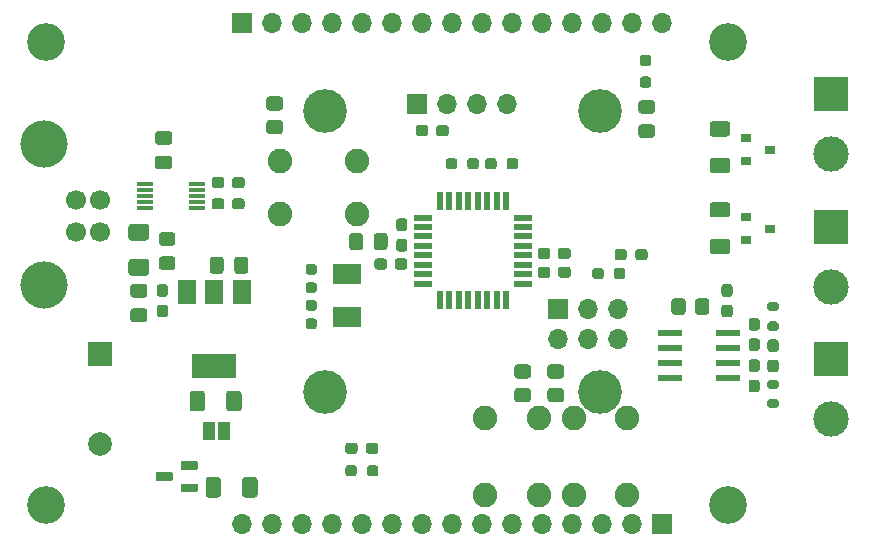
<source format=gbr>
%TF.GenerationSoftware,KiCad,Pcbnew,(5.1.9)-1*%
%TF.CreationDate,2021-06-02T07:50:45+02:00*%
%TF.ProjectId,MyReflowController,4d795265-666c-46f7-9743-6f6e74726f6c,rev?*%
%TF.SameCoordinates,Original*%
%TF.FileFunction,Soldermask,Top*%
%TF.FilePolarity,Negative*%
%FSLAX46Y46*%
G04 Gerber Fmt 4.6, Leading zero omitted, Abs format (unit mm)*
G04 Created by KiCad (PCBNEW (5.1.9)-1) date 2021-06-02 07:50:45*
%MOMM*%
%LPD*%
G01*
G04 APERTURE LIST*
%ADD10R,2.000000X2.000000*%
%ADD11C,2.000000*%
%ADD12C,3.700000*%
%ADD13R,1.700000X1.700000*%
%ADD14O,1.700000X1.700000*%
%ADD15R,3.000000X3.000000*%
%ADD16C,3.000000*%
%ADD17C,4.000000*%
%ADD18C,1.700000*%
%ADD19R,1.000000X1.500000*%
%ADD20R,0.900000X0.800000*%
%ADD21C,2.082800*%
%ADD22R,0.550000X1.500000*%
%ADD23R,1.500000X0.550000*%
%ADD24R,2.000000X0.600000*%
%ADD25R,3.800000X2.000000*%
%ADD26R,1.500000X2.000000*%
%ADD27R,1.400000X0.300000*%
%ADD28R,2.400000X1.700000*%
%ADD29C,3.200000*%
G04 APERTURE END LIST*
D10*
%TO.C,BZ1*%
X38000000Y-54800000D03*
D11*
X38000000Y-62400000D03*
%TD*%
D12*
%TO.C,J5*%
X80350000Y-58000000D03*
X57050000Y-58000000D03*
X80350000Y-34200000D03*
X57050000Y-34200000D03*
D13*
X64844000Y-33688000D03*
D14*
X67384000Y-33688000D03*
X69924000Y-33688000D03*
X72464000Y-33688000D03*
%TD*%
%TO.C,C1*%
G36*
G01*
X63797500Y-44412500D02*
X63322500Y-44412500D01*
G75*
G02*
X63085000Y-44175000I0J237500D01*
G01*
X63085000Y-43575000D01*
G75*
G02*
X63322500Y-43337500I237500J0D01*
G01*
X63797500Y-43337500D01*
G75*
G02*
X64035000Y-43575000I0J-237500D01*
G01*
X64035000Y-44175000D01*
G75*
G02*
X63797500Y-44412500I-237500J0D01*
G01*
G37*
G36*
G01*
X63797500Y-46137500D02*
X63322500Y-46137500D01*
G75*
G02*
X63085000Y-45900000I0J237500D01*
G01*
X63085000Y-45300000D01*
G75*
G02*
X63322500Y-45062500I237500J0D01*
G01*
X63797500Y-45062500D01*
G75*
G02*
X64035000Y-45300000I0J-237500D01*
G01*
X64035000Y-45900000D01*
G75*
G02*
X63797500Y-46137500I-237500J0D01*
G01*
G37*
%TD*%
%TO.C,C2*%
G36*
G01*
X64037500Y-46962500D02*
X64037500Y-47437500D01*
G75*
G02*
X63800000Y-47675000I-237500J0D01*
G01*
X63200000Y-47675000D01*
G75*
G02*
X62962500Y-47437500I0J237500D01*
G01*
X62962500Y-46962500D01*
G75*
G02*
X63200000Y-46725000I237500J0D01*
G01*
X63800000Y-46725000D01*
G75*
G02*
X64037500Y-46962500I0J-237500D01*
G01*
G37*
G36*
G01*
X62312500Y-46962500D02*
X62312500Y-47437500D01*
G75*
G02*
X62075000Y-47675000I-237500J0D01*
G01*
X61475000Y-47675000D01*
G75*
G02*
X61237500Y-47437500I0J237500D01*
G01*
X61237500Y-46962500D01*
G75*
G02*
X61475000Y-46725000I237500J0D01*
G01*
X62075000Y-46725000D01*
G75*
G02*
X62312500Y-46962500I0J-237500D01*
G01*
G37*
%TD*%
%TO.C,C3*%
G36*
G01*
X60287500Y-44825000D02*
X60287500Y-45775000D01*
G75*
G02*
X60037500Y-46025000I-250000J0D01*
G01*
X59362500Y-46025000D01*
G75*
G02*
X59112500Y-45775000I0J250000D01*
G01*
X59112500Y-44825000D01*
G75*
G02*
X59362500Y-44575000I250000J0D01*
G01*
X60037500Y-44575000D01*
G75*
G02*
X60287500Y-44825000I0J-250000D01*
G01*
G37*
G36*
G01*
X62362500Y-44825000D02*
X62362500Y-45775000D01*
G75*
G02*
X62112500Y-46025000I-250000J0D01*
G01*
X61437500Y-46025000D01*
G75*
G02*
X61187500Y-45775000I0J250000D01*
G01*
X61187500Y-44825000D01*
G75*
G02*
X61437500Y-44575000I250000J0D01*
G01*
X62112500Y-44575000D01*
G75*
G02*
X62362500Y-44825000I0J-250000D01*
G01*
G37*
%TD*%
%TO.C,C4*%
G36*
G01*
X77862500Y-46062500D02*
X77862500Y-46537500D01*
G75*
G02*
X77625000Y-46775000I-237500J0D01*
G01*
X77025000Y-46775000D01*
G75*
G02*
X76787500Y-46537500I0J237500D01*
G01*
X76787500Y-46062500D01*
G75*
G02*
X77025000Y-45825000I237500J0D01*
G01*
X77625000Y-45825000D01*
G75*
G02*
X77862500Y-46062500I0J-237500D01*
G01*
G37*
G36*
G01*
X76137500Y-46062500D02*
X76137500Y-46537500D01*
G75*
G02*
X75900000Y-46775000I-237500J0D01*
G01*
X75300000Y-46775000D01*
G75*
G02*
X75062500Y-46537500I0J237500D01*
G01*
X75062500Y-46062500D01*
G75*
G02*
X75300000Y-45825000I237500J0D01*
G01*
X75900000Y-45825000D01*
G75*
G02*
X76137500Y-46062500I0J-237500D01*
G01*
G37*
%TD*%
%TO.C,C5*%
G36*
G01*
X55650000Y-47200000D02*
X56150000Y-47200000D01*
G75*
G02*
X56375000Y-47425000I0J-225000D01*
G01*
X56375000Y-47875000D01*
G75*
G02*
X56150000Y-48100000I-225000J0D01*
G01*
X55650000Y-48100000D01*
G75*
G02*
X55425000Y-47875000I0J225000D01*
G01*
X55425000Y-47425000D01*
G75*
G02*
X55650000Y-47200000I225000J0D01*
G01*
G37*
G36*
G01*
X55650000Y-48750000D02*
X56150000Y-48750000D01*
G75*
G02*
X56375000Y-48975000I0J-225000D01*
G01*
X56375000Y-49425000D01*
G75*
G02*
X56150000Y-49650000I-225000J0D01*
G01*
X55650000Y-49650000D01*
G75*
G02*
X55425000Y-49425000I0J225000D01*
G01*
X55425000Y-48975000D01*
G75*
G02*
X55650000Y-48750000I225000J0D01*
G01*
G37*
%TD*%
%TO.C,C6*%
G36*
G01*
X76137500Y-47662500D02*
X76137500Y-48137500D01*
G75*
G02*
X75900000Y-48375000I-237500J0D01*
G01*
X75300000Y-48375000D01*
G75*
G02*
X75062500Y-48137500I0J237500D01*
G01*
X75062500Y-47662500D01*
G75*
G02*
X75300000Y-47425000I237500J0D01*
G01*
X75900000Y-47425000D01*
G75*
G02*
X76137500Y-47662500I0J-237500D01*
G01*
G37*
G36*
G01*
X77862500Y-47662500D02*
X77862500Y-48137500D01*
G75*
G02*
X77625000Y-48375000I-237500J0D01*
G01*
X77025000Y-48375000D01*
G75*
G02*
X76787500Y-48137500I0J237500D01*
G01*
X76787500Y-47662500D01*
G75*
G02*
X77025000Y-47425000I237500J0D01*
G01*
X77625000Y-47425000D01*
G75*
G02*
X77862500Y-47662500I0J-237500D01*
G01*
G37*
%TD*%
%TO.C,C7*%
G36*
G01*
X93637500Y-56337500D02*
X93162500Y-56337500D01*
G75*
G02*
X92925000Y-56100000I0J237500D01*
G01*
X92925000Y-55500000D01*
G75*
G02*
X93162500Y-55262500I237500J0D01*
G01*
X93637500Y-55262500D01*
G75*
G02*
X93875000Y-55500000I0J-237500D01*
G01*
X93875000Y-56100000D01*
G75*
G02*
X93637500Y-56337500I-237500J0D01*
G01*
G37*
G36*
G01*
X93637500Y-58062500D02*
X93162500Y-58062500D01*
G75*
G02*
X92925000Y-57825000I0J237500D01*
G01*
X92925000Y-57225000D01*
G75*
G02*
X93162500Y-56987500I237500J0D01*
G01*
X93637500Y-56987500D01*
G75*
G02*
X93875000Y-57225000I0J-237500D01*
G01*
X93875000Y-57825000D01*
G75*
G02*
X93637500Y-58062500I-237500J0D01*
G01*
G37*
%TD*%
%TO.C,C8*%
G36*
G01*
X95237500Y-54637500D02*
X94762500Y-54637500D01*
G75*
G02*
X94525000Y-54400000I0J237500D01*
G01*
X94525000Y-53800000D01*
G75*
G02*
X94762500Y-53562500I237500J0D01*
G01*
X95237500Y-53562500D01*
G75*
G02*
X95475000Y-53800000I0J-237500D01*
G01*
X95475000Y-54400000D01*
G75*
G02*
X95237500Y-54637500I-237500J0D01*
G01*
G37*
G36*
G01*
X95237500Y-56362500D02*
X94762500Y-56362500D01*
G75*
G02*
X94525000Y-56125000I0J237500D01*
G01*
X94525000Y-55525000D01*
G75*
G02*
X94762500Y-55287500I237500J0D01*
G01*
X95237500Y-55287500D01*
G75*
G02*
X95475000Y-55525000I0J-237500D01*
G01*
X95475000Y-56125000D01*
G75*
G02*
X95237500Y-56362500I-237500J0D01*
G01*
G37*
%TD*%
%TO.C,C9*%
G36*
G01*
X55650000Y-51800000D02*
X56150000Y-51800000D01*
G75*
G02*
X56375000Y-52025000I0J-225000D01*
G01*
X56375000Y-52475000D01*
G75*
G02*
X56150000Y-52700000I-225000J0D01*
G01*
X55650000Y-52700000D01*
G75*
G02*
X55425000Y-52475000I0J225000D01*
G01*
X55425000Y-52025000D01*
G75*
G02*
X55650000Y-51800000I225000J0D01*
G01*
G37*
G36*
G01*
X55650000Y-50250000D02*
X56150000Y-50250000D01*
G75*
G02*
X56375000Y-50475000I0J-225000D01*
G01*
X56375000Y-50925000D01*
G75*
G02*
X56150000Y-51150000I-225000J0D01*
G01*
X55650000Y-51150000D01*
G75*
G02*
X55425000Y-50925000I0J225000D01*
G01*
X55425000Y-50475000D01*
G75*
G02*
X55650000Y-50250000I225000J0D01*
G01*
G37*
%TD*%
%TO.C,C10*%
G36*
G01*
X93637500Y-54562500D02*
X93162500Y-54562500D01*
G75*
G02*
X92925000Y-54325000I0J237500D01*
G01*
X92925000Y-53725000D01*
G75*
G02*
X93162500Y-53487500I237500J0D01*
G01*
X93637500Y-53487500D01*
G75*
G02*
X93875000Y-53725000I0J-237500D01*
G01*
X93875000Y-54325000D01*
G75*
G02*
X93637500Y-54562500I-237500J0D01*
G01*
G37*
G36*
G01*
X93637500Y-52837500D02*
X93162500Y-52837500D01*
G75*
G02*
X92925000Y-52600000I0J237500D01*
G01*
X92925000Y-52000000D01*
G75*
G02*
X93162500Y-51762500I237500J0D01*
G01*
X93637500Y-51762500D01*
G75*
G02*
X93875000Y-52000000I0J-237500D01*
G01*
X93875000Y-52600000D01*
G75*
G02*
X93637500Y-52837500I-237500J0D01*
G01*
G37*
%TD*%
%TO.C,C11*%
G36*
G01*
X41775000Y-52125000D02*
X40825000Y-52125000D01*
G75*
G02*
X40575000Y-51875000I0J250000D01*
G01*
X40575000Y-51200000D01*
G75*
G02*
X40825000Y-50950000I250000J0D01*
G01*
X41775000Y-50950000D01*
G75*
G02*
X42025000Y-51200000I0J-250000D01*
G01*
X42025000Y-51875000D01*
G75*
G02*
X41775000Y-52125000I-250000J0D01*
G01*
G37*
G36*
G01*
X41775000Y-50050000D02*
X40825000Y-50050000D01*
G75*
G02*
X40575000Y-49800000I0J250000D01*
G01*
X40575000Y-49125000D01*
G75*
G02*
X40825000Y-48875000I250000J0D01*
G01*
X41775000Y-48875000D01*
G75*
G02*
X42025000Y-49125000I0J-250000D01*
G01*
X42025000Y-49800000D01*
G75*
G02*
X41775000Y-50050000I-250000J0D01*
G01*
G37*
%TD*%
%TO.C,C12*%
G36*
G01*
X91337500Y-51700000D02*
X90862500Y-51700000D01*
G75*
G02*
X90625000Y-51462500I0J237500D01*
G01*
X90625000Y-50862500D01*
G75*
G02*
X90862500Y-50625000I237500J0D01*
G01*
X91337500Y-50625000D01*
G75*
G02*
X91575000Y-50862500I0J-237500D01*
G01*
X91575000Y-51462500D01*
G75*
G02*
X91337500Y-51700000I-237500J0D01*
G01*
G37*
G36*
G01*
X91337500Y-49975000D02*
X90862500Y-49975000D01*
G75*
G02*
X90625000Y-49737500I0J237500D01*
G01*
X90625000Y-49137500D01*
G75*
G02*
X90862500Y-48900000I237500J0D01*
G01*
X91337500Y-48900000D01*
G75*
G02*
X91575000Y-49137500I0J-237500D01*
G01*
X91575000Y-49737500D01*
G75*
G02*
X91337500Y-49975000I-237500J0D01*
G01*
G37*
%TD*%
%TO.C,C13*%
G36*
G01*
X43062500Y-48900000D02*
X43537500Y-48900000D01*
G75*
G02*
X43775000Y-49137500I0J-237500D01*
G01*
X43775000Y-49737500D01*
G75*
G02*
X43537500Y-49975000I-237500J0D01*
G01*
X43062500Y-49975000D01*
G75*
G02*
X42825000Y-49737500I0J237500D01*
G01*
X42825000Y-49137500D01*
G75*
G02*
X43062500Y-48900000I237500J0D01*
G01*
G37*
G36*
G01*
X43062500Y-50625000D02*
X43537500Y-50625000D01*
G75*
G02*
X43775000Y-50862500I0J-237500D01*
G01*
X43775000Y-51462500D01*
G75*
G02*
X43537500Y-51700000I-237500J0D01*
G01*
X43062500Y-51700000D01*
G75*
G02*
X42825000Y-51462500I0J237500D01*
G01*
X42825000Y-50862500D01*
G75*
G02*
X43062500Y-50625000I237500J0D01*
G01*
G37*
%TD*%
%TO.C,C14*%
G36*
G01*
X47312500Y-47775000D02*
X47312500Y-46825000D01*
G75*
G02*
X47562500Y-46575000I250000J0D01*
G01*
X48237500Y-46575000D01*
G75*
G02*
X48487500Y-46825000I0J-250000D01*
G01*
X48487500Y-47775000D01*
G75*
G02*
X48237500Y-48025000I-250000J0D01*
G01*
X47562500Y-48025000D01*
G75*
G02*
X47312500Y-47775000I0J250000D01*
G01*
G37*
G36*
G01*
X49387500Y-47775000D02*
X49387500Y-46825000D01*
G75*
G02*
X49637500Y-46575000I250000J0D01*
G01*
X50312500Y-46575000D01*
G75*
G02*
X50562500Y-46825000I0J-250000D01*
G01*
X50562500Y-47775000D01*
G75*
G02*
X50312500Y-48025000I-250000J0D01*
G01*
X49637500Y-48025000D01*
G75*
G02*
X49387500Y-47775000I0J250000D01*
G01*
G37*
%TD*%
%TO.C,C15*%
G36*
G01*
X67537500Y-35662500D02*
X67537500Y-36137500D01*
G75*
G02*
X67300000Y-36375000I-237500J0D01*
G01*
X66700000Y-36375000D01*
G75*
G02*
X66462500Y-36137500I0J237500D01*
G01*
X66462500Y-35662500D01*
G75*
G02*
X66700000Y-35425000I237500J0D01*
G01*
X67300000Y-35425000D01*
G75*
G02*
X67537500Y-35662500I0J-237500D01*
G01*
G37*
G36*
G01*
X65812500Y-35662500D02*
X65812500Y-36137500D01*
G75*
G02*
X65575000Y-36375000I-237500J0D01*
G01*
X64975000Y-36375000D01*
G75*
G02*
X64737500Y-36137500I0J237500D01*
G01*
X64737500Y-35662500D01*
G75*
G02*
X64975000Y-35425000I237500J0D01*
G01*
X65575000Y-35425000D01*
G75*
G02*
X65812500Y-35662500I0J-237500D01*
G01*
G37*
%TD*%
%TO.C,C16*%
G36*
G01*
X48537500Y-41862500D02*
X48537500Y-42337500D01*
G75*
G02*
X48300000Y-42575000I-237500J0D01*
G01*
X47700000Y-42575000D01*
G75*
G02*
X47462500Y-42337500I0J237500D01*
G01*
X47462500Y-41862500D01*
G75*
G02*
X47700000Y-41625000I237500J0D01*
G01*
X48300000Y-41625000D01*
G75*
G02*
X48537500Y-41862500I0J-237500D01*
G01*
G37*
G36*
G01*
X50262500Y-41862500D02*
X50262500Y-42337500D01*
G75*
G02*
X50025000Y-42575000I-237500J0D01*
G01*
X49425000Y-42575000D01*
G75*
G02*
X49187500Y-42337500I0J237500D01*
G01*
X49187500Y-41862500D01*
G75*
G02*
X49425000Y-41625000I237500J0D01*
G01*
X50025000Y-41625000D01*
G75*
G02*
X50262500Y-41862500I0J-237500D01*
G01*
G37*
%TD*%
%TO.C,C17*%
G36*
G01*
X43875000Y-37112500D02*
X42925000Y-37112500D01*
G75*
G02*
X42675000Y-36862500I0J250000D01*
G01*
X42675000Y-36187500D01*
G75*
G02*
X42925000Y-35937500I250000J0D01*
G01*
X43875000Y-35937500D01*
G75*
G02*
X44125000Y-36187500I0J-250000D01*
G01*
X44125000Y-36862500D01*
G75*
G02*
X43875000Y-37112500I-250000J0D01*
G01*
G37*
G36*
G01*
X43875000Y-39187500D02*
X42925000Y-39187500D01*
G75*
G02*
X42675000Y-38937500I0J250000D01*
G01*
X42675000Y-38262500D01*
G75*
G02*
X42925000Y-38012500I250000J0D01*
G01*
X43875000Y-38012500D01*
G75*
G02*
X44125000Y-38262500I0J-250000D01*
G01*
X44125000Y-38937500D01*
G75*
G02*
X43875000Y-39187500I-250000J0D01*
G01*
G37*
%TD*%
%TO.C,C18*%
G36*
G01*
X48537500Y-40062500D02*
X48537500Y-40537500D01*
G75*
G02*
X48300000Y-40775000I-237500J0D01*
G01*
X47700000Y-40775000D01*
G75*
G02*
X47462500Y-40537500I0J237500D01*
G01*
X47462500Y-40062500D01*
G75*
G02*
X47700000Y-39825000I237500J0D01*
G01*
X48300000Y-39825000D01*
G75*
G02*
X48537500Y-40062500I0J-237500D01*
G01*
G37*
G36*
G01*
X50262500Y-40062500D02*
X50262500Y-40537500D01*
G75*
G02*
X50025000Y-40775000I-237500J0D01*
G01*
X49425000Y-40775000D01*
G75*
G02*
X49187500Y-40537500I0J237500D01*
G01*
X49187500Y-40062500D01*
G75*
G02*
X49425000Y-39825000I237500J0D01*
G01*
X50025000Y-39825000D01*
G75*
G02*
X50262500Y-40062500I0J-237500D01*
G01*
G37*
%TD*%
%TO.C,D1*%
G36*
G01*
X84750001Y-36525000D02*
X83849999Y-36525000D01*
G75*
G02*
X83600000Y-36275001I0J249999D01*
G01*
X83600000Y-35624999D01*
G75*
G02*
X83849999Y-35375000I249999J0D01*
G01*
X84750001Y-35375000D01*
G75*
G02*
X85000000Y-35624999I0J-249999D01*
G01*
X85000000Y-36275001D01*
G75*
G02*
X84750001Y-36525000I-249999J0D01*
G01*
G37*
G36*
G01*
X84750001Y-34475000D02*
X83849999Y-34475000D01*
G75*
G02*
X83600000Y-34225001I0J249999D01*
G01*
X83600000Y-33574999D01*
G75*
G02*
X83849999Y-33325000I249999J0D01*
G01*
X84750001Y-33325000D01*
G75*
G02*
X85000000Y-33574999I0J-249999D01*
G01*
X85000000Y-34225001D01*
G75*
G02*
X84750001Y-34475000I-249999J0D01*
G01*
G37*
%TD*%
%TO.C,D2*%
G36*
G01*
X58775000Y-63037500D02*
X58775000Y-62562500D01*
G75*
G02*
X59012500Y-62325000I237500J0D01*
G01*
X59587500Y-62325000D01*
G75*
G02*
X59825000Y-62562500I0J-237500D01*
G01*
X59825000Y-63037500D01*
G75*
G02*
X59587500Y-63275000I-237500J0D01*
G01*
X59012500Y-63275000D01*
G75*
G02*
X58775000Y-63037500I0J237500D01*
G01*
G37*
G36*
G01*
X60525000Y-63037500D02*
X60525000Y-62562500D01*
G75*
G02*
X60762500Y-62325000I237500J0D01*
G01*
X61337500Y-62325000D01*
G75*
G02*
X61575000Y-62562500I0J-237500D01*
G01*
X61575000Y-63037500D01*
G75*
G02*
X61337500Y-63275000I-237500J0D01*
G01*
X60762500Y-63275000D01*
G75*
G02*
X60525000Y-63037500I0J237500D01*
G01*
G37*
%TD*%
%TO.C,D3*%
G36*
G01*
X84375000Y-46162500D02*
X84375000Y-46637500D01*
G75*
G02*
X84137500Y-46875000I-237500J0D01*
G01*
X83562500Y-46875000D01*
G75*
G02*
X83325000Y-46637500I0J237500D01*
G01*
X83325000Y-46162500D01*
G75*
G02*
X83562500Y-45925000I237500J0D01*
G01*
X84137500Y-45925000D01*
G75*
G02*
X84375000Y-46162500I0J-237500D01*
G01*
G37*
G36*
G01*
X82625000Y-46162500D02*
X82625000Y-46637500D01*
G75*
G02*
X82387500Y-46875000I-237500J0D01*
G01*
X81812500Y-46875000D01*
G75*
G02*
X81575000Y-46637500I0J237500D01*
G01*
X81575000Y-46162500D01*
G75*
G02*
X81812500Y-45925000I237500J0D01*
G01*
X82387500Y-45925000D01*
G75*
G02*
X82625000Y-46162500I0J-237500D01*
G01*
G37*
%TD*%
%TO.C,F1*%
G36*
G01*
X40675000Y-43787500D02*
X41925000Y-43787500D01*
G75*
G02*
X42175000Y-44037500I0J-250000D01*
G01*
X42175000Y-44962500D01*
G75*
G02*
X41925000Y-45212500I-250000J0D01*
G01*
X40675000Y-45212500D01*
G75*
G02*
X40425000Y-44962500I0J250000D01*
G01*
X40425000Y-44037500D01*
G75*
G02*
X40675000Y-43787500I250000J0D01*
G01*
G37*
G36*
G01*
X40675000Y-46762500D02*
X41925000Y-46762500D01*
G75*
G02*
X42175000Y-47012500I0J-250000D01*
G01*
X42175000Y-47937500D01*
G75*
G02*
X41925000Y-48187500I-250000J0D01*
G01*
X40675000Y-48187500D01*
G75*
G02*
X40425000Y-47937500I0J250000D01*
G01*
X40425000Y-47012500D01*
G75*
G02*
X40675000Y-46762500I250000J0D01*
G01*
G37*
%TD*%
%TO.C,FB1*%
G36*
G01*
X44150001Y-47700000D02*
X43249999Y-47700000D01*
G75*
G02*
X43000000Y-47450001I0J249999D01*
G01*
X43000000Y-46799999D01*
G75*
G02*
X43249999Y-46550000I249999J0D01*
G01*
X44150001Y-46550000D01*
G75*
G02*
X44400000Y-46799999I0J-249999D01*
G01*
X44400000Y-47450001D01*
G75*
G02*
X44150001Y-47700000I-249999J0D01*
G01*
G37*
G36*
G01*
X44150001Y-45650000D02*
X43249999Y-45650000D01*
G75*
G02*
X43000000Y-45400001I0J249999D01*
G01*
X43000000Y-44749999D01*
G75*
G02*
X43249999Y-44500000I249999J0D01*
G01*
X44150001Y-44500000D01*
G75*
G02*
X44400000Y-44749999I0J-249999D01*
G01*
X44400000Y-45400001D01*
G75*
G02*
X44150001Y-45650000I-249999J0D01*
G01*
G37*
%TD*%
D15*
%TO.C,J1*%
X99900000Y-32820000D03*
D16*
X99900000Y-37900000D03*
%TD*%
%TO.C,J2*%
X99900000Y-49180000D03*
D15*
X99900000Y-44100000D03*
%TD*%
D13*
%TO.C,J3*%
X76800000Y-51000000D03*
D14*
X76800000Y-53540000D03*
X79340000Y-51000000D03*
X79340000Y-53540000D03*
X81880000Y-51000000D03*
X81880000Y-53540000D03*
%TD*%
D15*
%TO.C,J4*%
X99900000Y-55220000D03*
D16*
X99900000Y-60300000D03*
%TD*%
D17*
%TO.C,J6*%
X33300000Y-37000000D03*
X33300000Y-49000000D03*
D18*
X38010000Y-41770000D03*
X38010000Y-44500000D03*
X36010000Y-41770000D03*
X36010000Y-44500000D03*
%TD*%
D13*
%TO.C,J7*%
X85600000Y-69200000D03*
D14*
X83060000Y-69200000D03*
X80520000Y-69200000D03*
X77980000Y-69200000D03*
X75440000Y-69200000D03*
X72900000Y-69200000D03*
X70360000Y-69200000D03*
X67820000Y-69200000D03*
X65280000Y-69200000D03*
X62740000Y-69200000D03*
X60200000Y-69200000D03*
X57660000Y-69200000D03*
X55120000Y-69200000D03*
X52580000Y-69200000D03*
X50040000Y-69200000D03*
%TD*%
%TO.C,J8*%
X85600000Y-26800000D03*
X83060000Y-26800000D03*
X80520000Y-26800000D03*
X77980000Y-26800000D03*
X75440000Y-26800000D03*
X72900000Y-26800000D03*
X70360000Y-26800000D03*
X67820000Y-26800000D03*
X65280000Y-26800000D03*
X62740000Y-26800000D03*
X60200000Y-26800000D03*
X57660000Y-26800000D03*
X55120000Y-26800000D03*
X52580000Y-26800000D03*
D13*
X50040000Y-26800000D03*
%TD*%
D19*
%TO.C,JP1*%
X47250000Y-61300000D03*
X48550000Y-61300000D03*
%TD*%
%TO.C,Q1*%
G36*
G01*
X44170000Y-64900000D02*
X44170000Y-65500000D01*
G75*
G02*
X44100000Y-65570000I-70000J0D01*
G01*
X42800000Y-65570000D01*
G75*
G02*
X42730000Y-65500000I0J70000D01*
G01*
X42730000Y-64900000D01*
G75*
G02*
X42800000Y-64830000I70000J0D01*
G01*
X44100000Y-64830000D01*
G75*
G02*
X44170000Y-64900000I0J-70000D01*
G01*
G37*
G36*
G01*
X46270000Y-63950000D02*
X46270000Y-64550000D01*
G75*
G02*
X46200000Y-64620000I-70000J0D01*
G01*
X44900000Y-64620000D01*
G75*
G02*
X44830000Y-64550000I0J70000D01*
G01*
X44830000Y-63950000D01*
G75*
G02*
X44900000Y-63880000I70000J0D01*
G01*
X46200000Y-63880000D01*
G75*
G02*
X46270000Y-63950000I0J-70000D01*
G01*
G37*
G36*
G01*
X46270000Y-65850000D02*
X46270000Y-66450000D01*
G75*
G02*
X46200000Y-66520000I-70000J0D01*
G01*
X44900000Y-66520000D01*
G75*
G02*
X44830000Y-66450000I0J70000D01*
G01*
X44830000Y-65850000D01*
G75*
G02*
X44900000Y-65780000I70000J0D01*
G01*
X46200000Y-65780000D01*
G75*
G02*
X46270000Y-65850000I0J-70000D01*
G01*
G37*
%TD*%
D20*
%TO.C,Q2*%
X92700000Y-36550000D03*
X92700000Y-38450000D03*
X94700000Y-37500000D03*
%TD*%
%TO.C,Q3*%
X94700000Y-44200000D03*
X92700000Y-45150000D03*
X92700000Y-43250000D03*
%TD*%
%TO.C,R1*%
G36*
G01*
X69112500Y-38937500D02*
X69112500Y-38462500D01*
G75*
G02*
X69350000Y-38225000I237500J0D01*
G01*
X69850000Y-38225000D01*
G75*
G02*
X70087500Y-38462500I0J-237500D01*
G01*
X70087500Y-38937500D01*
G75*
G02*
X69850000Y-39175000I-237500J0D01*
G01*
X69350000Y-39175000D01*
G75*
G02*
X69112500Y-38937500I0J237500D01*
G01*
G37*
G36*
G01*
X67287500Y-38937500D02*
X67287500Y-38462500D01*
G75*
G02*
X67525000Y-38225000I237500J0D01*
G01*
X68025000Y-38225000D01*
G75*
G02*
X68262500Y-38462500I0J-237500D01*
G01*
X68262500Y-38937500D01*
G75*
G02*
X68025000Y-39175000I-237500J0D01*
G01*
X67525000Y-39175000D01*
G75*
G02*
X67287500Y-38937500I0J237500D01*
G01*
G37*
%TD*%
%TO.C,R2*%
G36*
G01*
X71587500Y-38462500D02*
X71587500Y-38937500D01*
G75*
G02*
X71350000Y-39175000I-237500J0D01*
G01*
X70850000Y-39175000D01*
G75*
G02*
X70612500Y-38937500I0J237500D01*
G01*
X70612500Y-38462500D01*
G75*
G02*
X70850000Y-38225000I237500J0D01*
G01*
X71350000Y-38225000D01*
G75*
G02*
X71587500Y-38462500I0J-237500D01*
G01*
G37*
G36*
G01*
X73412500Y-38462500D02*
X73412500Y-38937500D01*
G75*
G02*
X73175000Y-39175000I-237500J0D01*
G01*
X72675000Y-39175000D01*
G75*
G02*
X72437500Y-38937500I0J237500D01*
G01*
X72437500Y-38462500D01*
G75*
G02*
X72675000Y-38225000I237500J0D01*
G01*
X73175000Y-38225000D01*
G75*
G02*
X73412500Y-38462500I0J-237500D01*
G01*
G37*
%TD*%
%TO.C,R3*%
G36*
G01*
X52349999Y-35000000D02*
X53250001Y-35000000D01*
G75*
G02*
X53500000Y-35249999I0J-249999D01*
G01*
X53500000Y-35950001D01*
G75*
G02*
X53250001Y-36200000I-249999J0D01*
G01*
X52349999Y-36200000D01*
G75*
G02*
X52100000Y-35950001I0J249999D01*
G01*
X52100000Y-35249999D01*
G75*
G02*
X52349999Y-35000000I249999J0D01*
G01*
G37*
G36*
G01*
X52349999Y-33000000D02*
X53250001Y-33000000D01*
G75*
G02*
X53500000Y-33249999I0J-249999D01*
G01*
X53500000Y-33950001D01*
G75*
G02*
X53250001Y-34200000I-249999J0D01*
G01*
X52349999Y-34200000D01*
G75*
G02*
X52100000Y-33950001I0J249999D01*
G01*
X52100000Y-33249999D01*
G75*
G02*
X52349999Y-33000000I249999J0D01*
G01*
G37*
%TD*%
%TO.C,R4*%
G36*
G01*
X76149999Y-55700000D02*
X77050001Y-55700000D01*
G75*
G02*
X77300000Y-55949999I0J-249999D01*
G01*
X77300000Y-56650001D01*
G75*
G02*
X77050001Y-56900000I-249999J0D01*
G01*
X76149999Y-56900000D01*
G75*
G02*
X75900000Y-56650001I0J249999D01*
G01*
X75900000Y-55949999D01*
G75*
G02*
X76149999Y-55700000I249999J0D01*
G01*
G37*
G36*
G01*
X76149999Y-57700000D02*
X77050001Y-57700000D01*
G75*
G02*
X77300000Y-57949999I0J-249999D01*
G01*
X77300000Y-58650001D01*
G75*
G02*
X77050001Y-58900000I-249999J0D01*
G01*
X76149999Y-58900000D01*
G75*
G02*
X75900000Y-58650001I0J249999D01*
G01*
X75900000Y-57949999D01*
G75*
G02*
X76149999Y-57700000I249999J0D01*
G01*
G37*
%TD*%
%TO.C,R5*%
G36*
G01*
X48700000Y-59425001D02*
X48700000Y-58174999D01*
G75*
G02*
X48949999Y-57925000I249999J0D01*
G01*
X49750001Y-57925000D01*
G75*
G02*
X50000000Y-58174999I0J-249999D01*
G01*
X50000000Y-59425001D01*
G75*
G02*
X49750001Y-59675000I-249999J0D01*
G01*
X48949999Y-59675000D01*
G75*
G02*
X48700000Y-59425001I0J249999D01*
G01*
G37*
G36*
G01*
X45600000Y-59425001D02*
X45600000Y-58174999D01*
G75*
G02*
X45849999Y-57925000I249999J0D01*
G01*
X46650001Y-57925000D01*
G75*
G02*
X46900000Y-58174999I0J-249999D01*
G01*
X46900000Y-59425001D01*
G75*
G02*
X46650001Y-59675000I-249999J0D01*
G01*
X45849999Y-59675000D01*
G75*
G02*
X45600000Y-59425001I0J249999D01*
G01*
G37*
%TD*%
%TO.C,R6*%
G36*
G01*
X73349999Y-57700000D02*
X74250001Y-57700000D01*
G75*
G02*
X74500000Y-57949999I0J-249999D01*
G01*
X74500000Y-58650001D01*
G75*
G02*
X74250001Y-58900000I-249999J0D01*
G01*
X73349999Y-58900000D01*
G75*
G02*
X73100000Y-58650001I0J249999D01*
G01*
X73100000Y-57949999D01*
G75*
G02*
X73349999Y-57700000I249999J0D01*
G01*
G37*
G36*
G01*
X73349999Y-55700000D02*
X74250001Y-55700000D01*
G75*
G02*
X74500000Y-55949999I0J-249999D01*
G01*
X74500000Y-56650001D01*
G75*
G02*
X74250001Y-56900000I-249999J0D01*
G01*
X73349999Y-56900000D01*
G75*
G02*
X73100000Y-56650001I0J249999D01*
G01*
X73100000Y-55949999D01*
G75*
G02*
X73349999Y-55700000I249999J0D01*
G01*
G37*
%TD*%
%TO.C,R7*%
G36*
G01*
X50050000Y-66725001D02*
X50050000Y-65474999D01*
G75*
G02*
X50299999Y-65225000I249999J0D01*
G01*
X51100001Y-65225000D01*
G75*
G02*
X51350000Y-65474999I0J-249999D01*
G01*
X51350000Y-66725001D01*
G75*
G02*
X51100001Y-66975000I-249999J0D01*
G01*
X50299999Y-66975000D01*
G75*
G02*
X50050000Y-66725001I0J249999D01*
G01*
G37*
G36*
G01*
X46950000Y-66725001D02*
X46950000Y-65474999D01*
G75*
G02*
X47199999Y-65225000I249999J0D01*
G01*
X48000001Y-65225000D01*
G75*
G02*
X48250000Y-65474999I0J-249999D01*
G01*
X48250000Y-66725001D01*
G75*
G02*
X48000001Y-66975000I-249999J0D01*
G01*
X47199999Y-66975000D01*
G75*
G02*
X46950000Y-66725001I0J249999D01*
G01*
G37*
%TD*%
%TO.C,R8*%
G36*
G01*
X91125001Y-39500000D02*
X89874999Y-39500000D01*
G75*
G02*
X89625000Y-39250001I0J249999D01*
G01*
X89625000Y-38449999D01*
G75*
G02*
X89874999Y-38200000I249999J0D01*
G01*
X91125001Y-38200000D01*
G75*
G02*
X91375000Y-38449999I0J-249999D01*
G01*
X91375000Y-39250001D01*
G75*
G02*
X91125001Y-39500000I-249999J0D01*
G01*
G37*
G36*
G01*
X91125001Y-36400000D02*
X89874999Y-36400000D01*
G75*
G02*
X89625000Y-36150001I0J249999D01*
G01*
X89625000Y-35349999D01*
G75*
G02*
X89874999Y-35100000I249999J0D01*
G01*
X91125001Y-35100000D01*
G75*
G02*
X91375000Y-35349999I0J-249999D01*
G01*
X91375000Y-36150001D01*
G75*
G02*
X91125001Y-36400000I-249999J0D01*
G01*
G37*
%TD*%
%TO.C,R9*%
G36*
G01*
X91125001Y-46350000D02*
X89874999Y-46350000D01*
G75*
G02*
X89625000Y-46100001I0J249999D01*
G01*
X89625000Y-45299999D01*
G75*
G02*
X89874999Y-45050000I249999J0D01*
G01*
X91125001Y-45050000D01*
G75*
G02*
X91375000Y-45299999I0J-249999D01*
G01*
X91375000Y-46100001D01*
G75*
G02*
X91125001Y-46350000I-249999J0D01*
G01*
G37*
G36*
G01*
X91125001Y-43250000D02*
X89874999Y-43250000D01*
G75*
G02*
X89625000Y-43000001I0J249999D01*
G01*
X89625000Y-42199999D01*
G75*
G02*
X89874999Y-41950000I249999J0D01*
G01*
X91125001Y-41950000D01*
G75*
G02*
X91375000Y-42199999I0J-249999D01*
G01*
X91375000Y-43000001D01*
G75*
G02*
X91125001Y-43250000I-249999J0D01*
G01*
G37*
%TD*%
%TO.C,R10*%
G36*
G01*
X83962500Y-29487500D02*
X84437500Y-29487500D01*
G75*
G02*
X84675000Y-29725000I0J-237500D01*
G01*
X84675000Y-30225000D01*
G75*
G02*
X84437500Y-30462500I-237500J0D01*
G01*
X83962500Y-30462500D01*
G75*
G02*
X83725000Y-30225000I0J237500D01*
G01*
X83725000Y-29725000D01*
G75*
G02*
X83962500Y-29487500I237500J0D01*
G01*
G37*
G36*
G01*
X83962500Y-31312500D02*
X84437500Y-31312500D01*
G75*
G02*
X84675000Y-31550000I0J-237500D01*
G01*
X84675000Y-32050000D01*
G75*
G02*
X84437500Y-32287500I-237500J0D01*
G01*
X83962500Y-32287500D01*
G75*
G02*
X83725000Y-32050000I0J237500D01*
G01*
X83725000Y-31550000D01*
G75*
G02*
X83962500Y-31312500I237500J0D01*
G01*
G37*
%TD*%
%TO.C,R11*%
G36*
G01*
X61587500Y-64462500D02*
X61587500Y-64937500D01*
G75*
G02*
X61350000Y-65175000I-237500J0D01*
G01*
X60850000Y-65175000D01*
G75*
G02*
X60612500Y-64937500I0J237500D01*
G01*
X60612500Y-64462500D01*
G75*
G02*
X60850000Y-64225000I237500J0D01*
G01*
X61350000Y-64225000D01*
G75*
G02*
X61587500Y-64462500I0J-237500D01*
G01*
G37*
G36*
G01*
X59762500Y-64462500D02*
X59762500Y-64937500D01*
G75*
G02*
X59525000Y-65175000I-237500J0D01*
G01*
X59025000Y-65175000D01*
G75*
G02*
X58787500Y-64937500I0J237500D01*
G01*
X58787500Y-64462500D01*
G75*
G02*
X59025000Y-64225000I237500J0D01*
G01*
X59525000Y-64225000D01*
G75*
G02*
X59762500Y-64462500I0J-237500D01*
G01*
G37*
%TD*%
%TO.C,R12*%
G36*
G01*
X89600000Y-50349999D02*
X89600000Y-51250001D01*
G75*
G02*
X89350001Y-51500000I-249999J0D01*
G01*
X88649999Y-51500000D01*
G75*
G02*
X88400000Y-51250001I0J249999D01*
G01*
X88400000Y-50349999D01*
G75*
G02*
X88649999Y-50100000I249999J0D01*
G01*
X89350001Y-50100000D01*
G75*
G02*
X89600000Y-50349999I0J-249999D01*
G01*
G37*
G36*
G01*
X87600000Y-50349999D02*
X87600000Y-51250001D01*
G75*
G02*
X87350001Y-51500000I-249999J0D01*
G01*
X86649999Y-51500000D01*
G75*
G02*
X86400000Y-51250001I0J249999D01*
G01*
X86400000Y-50349999D01*
G75*
G02*
X86649999Y-50100000I249999J0D01*
G01*
X87350001Y-50100000D01*
G75*
G02*
X87600000Y-50349999I0J-249999D01*
G01*
G37*
%TD*%
%TO.C,R13*%
G36*
G01*
X94725000Y-58625000D02*
X95275000Y-58625000D01*
G75*
G02*
X95475000Y-58825000I0J-200000D01*
G01*
X95475000Y-59225000D01*
G75*
G02*
X95275000Y-59425000I-200000J0D01*
G01*
X94725000Y-59425000D01*
G75*
G02*
X94525000Y-59225000I0J200000D01*
G01*
X94525000Y-58825000D01*
G75*
G02*
X94725000Y-58625000I200000J0D01*
G01*
G37*
G36*
G01*
X94725000Y-56975000D02*
X95275000Y-56975000D01*
G75*
G02*
X95475000Y-57175000I0J-200000D01*
G01*
X95475000Y-57575000D01*
G75*
G02*
X95275000Y-57775000I-200000J0D01*
G01*
X94725000Y-57775000D01*
G75*
G02*
X94525000Y-57575000I0J200000D01*
G01*
X94525000Y-57175000D01*
G75*
G02*
X94725000Y-56975000I200000J0D01*
G01*
G37*
%TD*%
%TO.C,R14*%
G36*
G01*
X95275000Y-52850000D02*
X94725000Y-52850000D01*
G75*
G02*
X94525000Y-52650000I0J200000D01*
G01*
X94525000Y-52250000D01*
G75*
G02*
X94725000Y-52050000I200000J0D01*
G01*
X95275000Y-52050000D01*
G75*
G02*
X95475000Y-52250000I0J-200000D01*
G01*
X95475000Y-52650000D01*
G75*
G02*
X95275000Y-52850000I-200000J0D01*
G01*
G37*
G36*
G01*
X95275000Y-51200000D02*
X94725000Y-51200000D01*
G75*
G02*
X94525000Y-51000000I0J200000D01*
G01*
X94525000Y-50600000D01*
G75*
G02*
X94725000Y-50400000I200000J0D01*
G01*
X95275000Y-50400000D01*
G75*
G02*
X95475000Y-50600000I0J-200000D01*
G01*
X95475000Y-51000000D01*
G75*
G02*
X95275000Y-51200000I-200000J0D01*
G01*
G37*
%TD*%
%TO.C,R15*%
G36*
G01*
X79700000Y-48237500D02*
X79700000Y-47762500D01*
G75*
G02*
X79937500Y-47525000I237500J0D01*
G01*
X80437500Y-47525000D01*
G75*
G02*
X80675000Y-47762500I0J-237500D01*
G01*
X80675000Y-48237500D01*
G75*
G02*
X80437500Y-48475000I-237500J0D01*
G01*
X79937500Y-48475000D01*
G75*
G02*
X79700000Y-48237500I0J237500D01*
G01*
G37*
G36*
G01*
X81525000Y-48237500D02*
X81525000Y-47762500D01*
G75*
G02*
X81762500Y-47525000I237500J0D01*
G01*
X82262500Y-47525000D01*
G75*
G02*
X82500000Y-47762500I0J-237500D01*
G01*
X82500000Y-48237500D01*
G75*
G02*
X82262500Y-48475000I-237500J0D01*
G01*
X81762500Y-48475000D01*
G75*
G02*
X81525000Y-48237500I0J237500D01*
G01*
G37*
%TD*%
D21*
%TO.C,SW1*%
X82660600Y-60248800D03*
X82660600Y-66751200D03*
X78139400Y-60248800D03*
X78139400Y-66751200D03*
%TD*%
%TO.C,SW2*%
X59751200Y-42960600D03*
X53248800Y-42960600D03*
X59751200Y-38439400D03*
X53248800Y-38439400D03*
%TD*%
%TO.C,SW3*%
X75160600Y-60248800D03*
X75160600Y-66751200D03*
X70639400Y-60248800D03*
X70639400Y-66751200D03*
%TD*%
D22*
%TO.C,U1*%
X66800000Y-50264000D03*
D23*
X65400000Y-43264000D03*
X65400000Y-44064000D03*
X65400000Y-44864000D03*
X65400000Y-45664000D03*
X65400000Y-46464000D03*
X65400000Y-47264000D03*
X65400000Y-48064000D03*
X65400000Y-48864000D03*
D22*
X67600000Y-50264000D03*
X68400000Y-50264000D03*
X69200000Y-50264000D03*
X70000000Y-50264000D03*
X70800000Y-50264000D03*
X71600000Y-50264000D03*
X72400000Y-50264000D03*
D23*
X73800000Y-48864000D03*
X73800000Y-48064000D03*
X73800000Y-47264000D03*
X73800000Y-46464000D03*
X73800000Y-45664000D03*
X73800000Y-44864000D03*
X73800000Y-44064000D03*
X73800000Y-43264000D03*
D22*
X72400000Y-41864000D03*
X71600000Y-41864000D03*
X70800000Y-41864000D03*
X70000000Y-41864000D03*
X69200000Y-41864000D03*
X68400000Y-41864000D03*
X67600000Y-41864000D03*
X66800000Y-41864000D03*
%TD*%
D24*
%TO.C,U2*%
X91150000Y-56805000D03*
X91150000Y-55535000D03*
X91150000Y-52995000D03*
X86250000Y-52995000D03*
X86250000Y-54265000D03*
X86250000Y-55535000D03*
X86250000Y-56805000D03*
X91150000Y-54265000D03*
%TD*%
D25*
%TO.C,U3*%
X47700000Y-55850000D03*
D26*
X47700000Y-49550000D03*
X45400000Y-49550000D03*
X50000000Y-49550000D03*
%TD*%
D27*
%TO.C,U4*%
X41784000Y-40424000D03*
X41784000Y-40924000D03*
X41784000Y-41424000D03*
X41784000Y-41924000D03*
X41784000Y-42424000D03*
X46184000Y-42424000D03*
X46184000Y-41924000D03*
X46184000Y-41424000D03*
X46184000Y-40924000D03*
X46184000Y-40424000D03*
%TD*%
D28*
%TO.C,Y1*%
X58900000Y-51700000D03*
X58900000Y-48000000D03*
%TD*%
D29*
%TO.C,H1*%
X33400000Y-28400000D03*
%TD*%
%TO.C,H2*%
X33400000Y-67600000D03*
%TD*%
%TO.C,H3*%
X91200000Y-67600000D03*
%TD*%
%TO.C,H4*%
X91200000Y-28400000D03*
%TD*%
M02*

</source>
